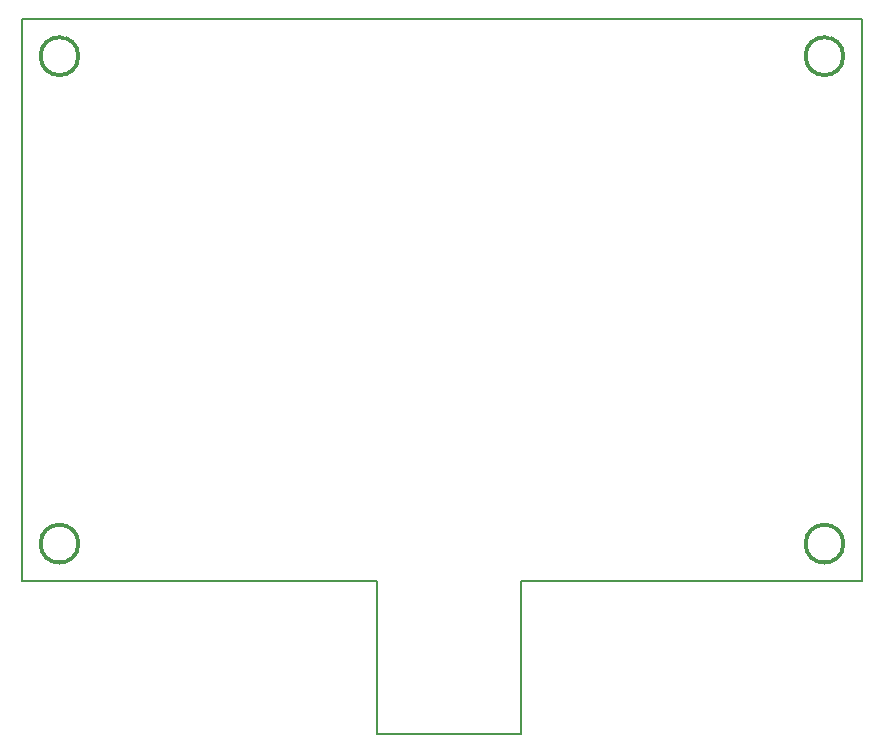
<source format=gko>
G04 #@! TF.FileFunction,Profile,NP*
%FSLAX46Y46*%
G04 Gerber Fmt 4.6, Leading zero omitted, Abs format (unit mm)*
G04 Created by KiCad (PCBNEW 4.0.2+dfsg1-stable) date 2016年08月04日 20時34分36秒*
%MOMM*%
G01*
G04 APERTURE LIST*
%ADD10C,0.100000*%
%ADD11C,0.150000*%
%ADD12C,0.300000*%
G04 APERTURE END LIST*
D10*
D11*
X136525000Y-90170000D02*
X136525000Y-137795000D01*
X207645000Y-90170000D02*
X136525000Y-90170000D01*
X207645000Y-137795000D02*
X207645000Y-90170000D01*
D12*
X206070000Y-134620000D02*
G75*
G03X206070000Y-134620000I-1600000J0D01*
G01*
X141300000Y-134620000D02*
G75*
G03X141300000Y-134620000I-1600000J0D01*
G01*
X206070000Y-93345000D02*
G75*
G03X206070000Y-93345000I-1600000J0D01*
G01*
X141300000Y-93345000D02*
G75*
G03X141300000Y-93345000I-1600000J0D01*
G01*
D11*
X166624000Y-137795000D02*
X166497000Y-137795000D01*
X166624000Y-150749000D02*
X166624000Y-137795000D01*
X178816000Y-150749000D02*
X166624000Y-150749000D01*
X178879500Y-137795000D02*
X178943000Y-137795000D01*
X178816000Y-137795000D02*
X178879500Y-137795000D01*
X178943000Y-137795000D02*
X179705000Y-137795000D01*
X178816000Y-150749000D02*
X178816000Y-137795000D01*
X164465000Y-137795000D02*
X166497000Y-137795000D01*
X136525000Y-137795000D02*
X164465000Y-137795000D01*
X207645000Y-96520000D02*
X207645000Y-93980000D01*
X207645000Y-99060000D02*
X207645000Y-96520000D01*
X179705000Y-137795000D02*
X207645000Y-137795000D01*
M02*

</source>
